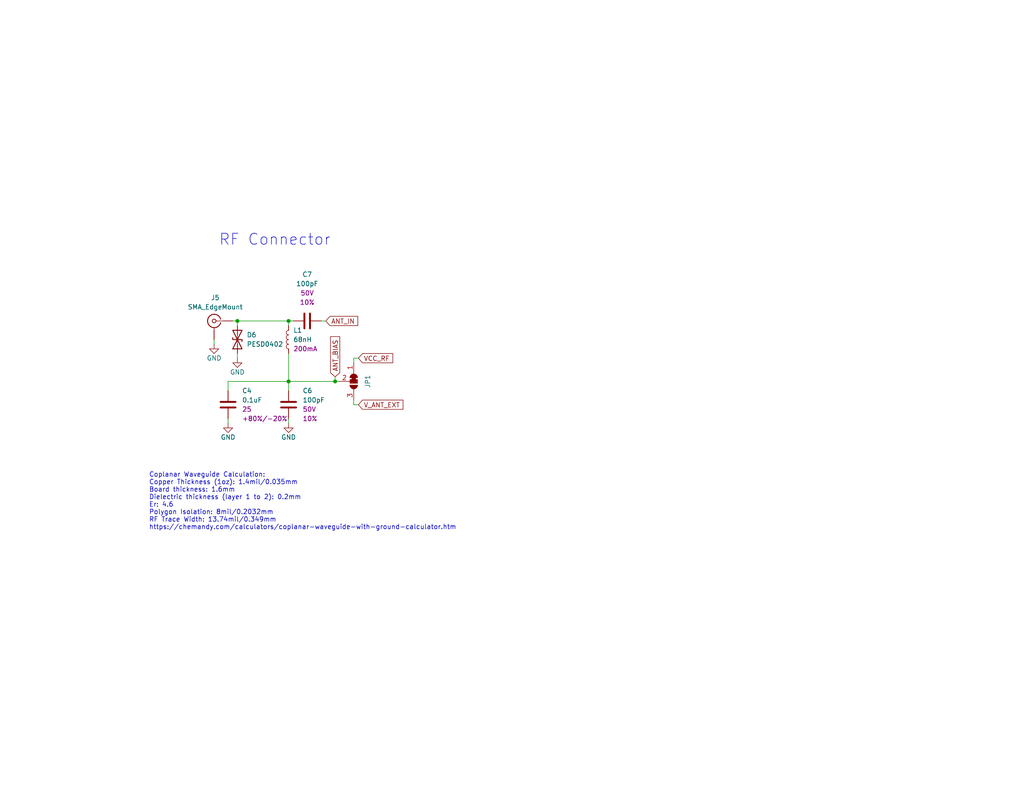
<source format=kicad_sch>
(kicad_sch (version 20230121) (generator eeschema)
  (paper "USLetter")
  (lib_symbols
    (symbol "SparkFun-Capacitor:0.1uF_0603_25V_20%" (pin_numbers hide) (pin_names (offset 0.254))
      (property "Reference" "C" (at 0.635 2.54 0))
      (property "Value" "0.1uF" (at 0.635 -2.54 0))
      (property "Voltage" "25" (at 0 -6.35 0))
      (property "Tolerance" "+80%/-20%" (at 0 -8.89 0))
      (symbol "0.1uF_0603_25V_20%_0_1"
        (polyline (pts (xy -2.032 -0.762) (xy 2.032 -0.762)) (stroke (width 0.508)))
        (polyline (pts (xy -2.032 0.762) (xy 2.032 0.762)) (stroke (width 0.508)))
      )
      (symbol "0.1uF_0603_25V_20%_1_1"
        (pin passive line (at 0 3.81 270) (length 2.794) (name "~") (number "1"))
        (pin passive line (at 0 -3.81 90) (length 2.794) (name "~") (number "2"))
      )
    )
    (symbol "SparkFun-Capacitor:100pF_0603_50V_10%" (pin_numbers hide) (pin_names (offset 0.254))
      (property "Reference" "C" (at 0.635 2.54 0))
      (property "Value" "100pF" (at 0.635 -2.54 0))
      (property "Voltage" "50V" (at 0 -8.89 0))
      (property "Tolerance" "10%" (at 0 -6.35 0))
      (symbol "100pF_0603_50V_10%_0_1"
        (polyline (pts (xy -2.032 -0.762) (xy 2.032 -0.762)) (stroke (width 0.508)))
        (polyline (pts (xy -2.032 0.762) (xy 2.032 0.762)) (stroke (width 0.508)))
      )
      (symbol "100pF_0603_50V_10%_1_1"
        (pin passive line (at 0 3.81 270) (length 2.794) (name "~") (number "1"))
        (pin passive line (at 0 -3.81 90) (length 2.794) (name "~") (number "2"))
      )
    )
    (symbol "SparkFun-Coil:68nH_0402_0.2A" (pin_numbers hide) (pin_names (offset 1.016) hide)
      (property "Reference" "L" (at 0 2.54 0))
      (property "Value" "68nH" (at 0 -1.27 0))
      (property "Current" "200mA" (at 0 -3.81 0))
      (symbol "68nH_0402_0.2A_0_1"
        (arc (start -1.27 0) (mid -1.905 0.6323) (end -2.54 0))
        (arc (start 0 0) (mid -0.635 0.6323) (end -1.27 0))
        (arc (start 1.27 0) (mid 0.635 0.6323) (end 0 0))
        (arc (start 2.54 0) (mid 1.905 0.6323) (end 1.27 0))
      )
      (symbol "68nH_0402_0.2A_1_1"
        (pin passive line (at -3.81 0 0) (length 1.27) (name "1") (number "1"))
        (pin passive line (at 3.81 0 180) (length 1.27) (name "2") (number "2"))
      )
    )
    (symbol "SparkFun-DiscreteSemi:D_TVS_0402" (pin_numbers hide) (pin_names (offset 1.016) hide)
      (property "Reference" "D" (at 0 2.54 0))
      (property "Value" "D_TVS_0402" (at 0 -2.54 0))
      (symbol "D_TVS_0402_0_1"
        (polyline (pts (xy 1.27 0) (xy -1.27 0)))
        (polyline (pts (xy 0.508 1.27) (xy 0 1.27) (xy 0 -1.27) (xy -0.508 -1.27)) (stroke (width 0.254)))
        (polyline (pts (xy -2.54 1.27) (xy -2.54 -1.27) (xy 2.54 1.27) (xy 2.54 -1.27) (xy -2.54 1.27)) (stroke (width 0.254)))
      )
      (symbol "D_TVS_0402_1_1"
        (pin passive line (at -3.81 0 0) (length 2.54) (name "A1") (number "1"))
        (pin passive line (at 3.81 0 180) (length 2.54) (name "A2") (number "2"))
      )
    )
    (symbol "SparkFun-Jumper:SolderJumper_3_Bridged12" (pin_names (offset 0) hide)
      (property "Reference" "JP" (at -2.54 -2.54 0))
      (symbol "SolderJumper_3_Bridged12_0_1"
        (rectangle (start -1.016 0.508) (end -0.508 -0.508) (fill (type outline)))
        (arc (start -1.016 1.016) (mid -2.0276 0) (end -1.016 -1.016))
        (arc (start -1.016 1.016) (mid -2.0276 0) (end -1.016 -1.016) (fill (type outline)))
        (rectangle (start -0.508 1.016) (end 0.508 -1.016) (fill (type outline)))
        (polyline (pts (xy -2.54 0) (xy -2.032 0)))
        (polyline (pts (xy -1.016 1.016) (xy -1.016 -1.016)))
        (polyline (pts (xy 0 -1.27) (xy 0 -1.016)))
        (polyline (pts (xy 1.016 1.016) (xy 1.016 -1.016)))
        (polyline (pts (xy 2.54 0) (xy 2.032 0)))
        (arc (start 1.016 -1.016) (mid 2.0276 0) (end 1.016 1.016))
        (arc (start 1.016 -1.016) (mid 2.0276 0) (end 1.016 1.016) (fill (type outline)))
      )
      (symbol "SolderJumper_3_Bridged12_1_1"
        (pin passive line (at -5.08 0 0) (length 2.54) (name "A") (number "1"))
        (pin passive line (at 0 -3.81 90) (length 2.54) (name "C") (number "2"))
        (pin passive line (at 5.08 0 180) (length 2.54) (name "B") (number "3"))
      )
    )
    (symbol "SparkFun-RF:SMA_EdgeMount" (pin_numbers hide) (pin_names (offset 1.016) hide)
      (property "Reference" "J" (at 0.254 3.048 0))
      (property "Value" "SMA_EdgeMount" (at 3.81 0 90))
      (symbol "SMA_EdgeMount_0_1"
        (arc (start -1.778 -0.508) (mid 0.2311 -1.8066) (end 1.778 0) (stroke (width 0.254)))
        (polyline (pts (xy -2.54 0) (xy -0.508 0)))
        (polyline (pts (xy 0 -2.54) (xy 0 -1.778)))
        (circle (center 0 0) (radius 0.508) (stroke (width 0.2032)))
        (arc (start 1.778 0) (mid 0.2099 1.8101) (end -1.778 0.508) (stroke (width 0.254)))
      )
      (symbol "SMA_EdgeMount_1_1"
        (pin passive line (at 0 -5.08 90) (length 2.54) (name "1") (number "1"))
        (pin passive line (at 0 -5.08 90) (length 2.54) hide (name "2") (number "2"))
        (pin passive line (at 0 -5.08 90) (length 2.54) hide (name "3") (number "3"))
        (pin passive line (at 0 -5.08 90) (length 2.54) hide (name "4") (number "4"))
        (pin passive line (at -5.08 0 0) (length 2.54) (name "In") (number "SIG"))
      )
    )
    (symbol "power:GND" (power) (pin_names (offset 0))
      (property "Value" "GND" (at 0 -3.81 0))
      (symbol "GND_0_1"
        (polyline (pts (xy 0 0) (xy 0 -1.27) (xy 1.27 -1.27) (xy 0 -2.54) (xy -1.27 -1.27) (xy 0 -1.27)))
      )
      (symbol "GND_1_1"
        (pin power_in line (at 0 0 270) (length 0) hide (name "GND") (number "1"))
      )
    )
  )
  (junction (at 78.74 104.14))
  (junction (at 91.44 104.14))
  (junction (at 64.77 87.63))
  (junction (at 78.74 87.63))
  (wire (pts (xy 62.23 104.14) (xy 78.74 104.14)))
  (wire (pts (xy 78.74 87.63) (xy 78.74 88.9)))
  (wire (pts (xy 64.77 87.63) (xy 64.77 88.9)))
  (wire (pts (xy 64.77 87.63) (xy 78.74 87.63)))
  (wire (pts (xy 96.52 109.22) (xy 96.52 110.49)))
  (wire (pts (xy 78.74 104.14) (xy 78.74 96.52)))
  (wire (pts (xy 92.71 104.14) (xy 91.44 104.14)))
  (wire (pts (xy 78.74 87.63) (xy 80.01 87.63)))
  (wire (pts (xy 78.74 104.14) (xy 78.74 106.68)))
  (wire (pts (xy 97.79 97.79) (xy 96.52 97.79)))
  (wire (pts (xy 87.63 87.63) (xy 88.9 87.63)))
  (wire (pts (xy 91.44 104.14) (xy 91.44 102.87)))
  (wire (pts (xy 62.23 106.68) (xy 62.23 104.14)))
  (wire (pts (xy 64.77 97.79) (xy 64.77 96.52)))
  (wire (pts (xy 96.52 99.06) (xy 96.52 97.79)))
  (wire (pts (xy 97.79 110.49) (xy 96.52 110.49)))
  (wire (pts (xy 78.74 104.14) (xy 91.44 104.14)))
  (wire (pts (xy 78.74 114.3) (xy 78.74 115.57)))
  (wire (pts (xy 58.42 92.71) (xy 58.42 93.98)))
  (wire (pts (xy 63.5 87.63) (xy 64.77 87.63)))
  (wire (pts (xy 62.23 115.57) (xy 62.23 114.3)))
  (text "Coplanar Waveguide Calculation:\nCopper Thickness (1oz): 1.4mil/0.035mm\nBoard thickness: 1.6mm\nDielectric thickness (layer 1 to 2): 0.2mm\nEr: 4.6\nPolygon Isolation: 8mil/0.2032mm\nRF Trace Width: 13.74mil/0.349mm\nhttps://chemandy.com/calculators/coplanar-waveguide-with-ground-calculator.htm" (at 40.64 144.78 0) (effects (font (size 1.27 1.27)) (justify left bottom)))
  (text "RF Connector" (at 59.69 67.31 0) (effects (font (size 3 3)) (justify left bottom)))
  (global_label "VCC_RF" (shape input) (at 97.79 97.79 0) (property "Intersheetrefs" "${INTERSHEET_REFS}" (effects hide)))
  (global_label "ANT_IN" (shape input) (at 88.9 87.63 0) (property "Intersheetrefs" "${INTERSHEET_REFS}" (effects hide)))
  (global_label "ANT_BIAS" (shape input) (at 91.44 102.87 90) (property "Intersheetrefs" "${INTERSHEET_REFS}" (effects hide)))
  (global_label "V_ANT_EXT" (shape input) (at 97.79 110.49 0) (property "Intersheetrefs" "${INTERSHEET_REFS}" (effects hide)))
  (symbol (lib_id "SparkFun-Coil:68nH_0402_0.2A") (at 78.74 92.71 90) (unit 1)
    (property "Reference" "L1" (at 80.01 90.17 90) (effects (justify right)))
    (property "Value" "68nH" (at 80.01 92.71 90) (effects (justify right)))
    (property "Footprint" "SparkFun-Capacitor:C_0402_1005Metric" (effects hide))
    (property "PROD_ID" "NDUC-15356" (effects hide))
    (property "Current" "200mA" (at 80.01 95.25 90) (effects (justify right)))
  )
  (symbol (lib_id "power:GND") (at 58.42 93.98 0) (unit 1)
    (property "Reference" "#PWR031" (effects hide))
    (property "Value" "GND" (at 58.42 97.79 0))
    (instances (project "SparkFun_UM980_panelized" (path "" (reference "#PWR031") (unit 1)) (path "" (reference "#PWR030") (unit 1))))
  )
  (symbol (lib_id "SparkFun-Capacitor:0.1uF_0603_25V_20%") (at 62.23 110.49 0) (unit 1)
    (property "Reference" "C4" (at 66.04 106.68 0) (effects (justify left)))
    (property "Value" "0.1uF" (at 66.04 109.22 0) (effects (justify left)))
    (property "Footprint" "SparkFun-Capacitor:C_0603_1608Metric" (effects hide))
    (property "Datasheet" "https://cdn.sparkfun.com/assets/8/a/4/a/5/Kemet_Capacitor_Datasheet.pdf" (effects hide))
    (property "PROD_ID" "CAP-00810" (effects hide))
    (property "Voltage" "25" (at 66.04 111.76 0) (effects (justify left)))
    (property "Tolerance" "+80%/-20%" (at 66.04 114.3 0) (effects (justify left)))
  )
  (symbol (lib_id "power:GND") (at 62.23 115.57 0) (unit 1)
    (property "Reference" "#PWR032" (effects hide))
    (property "Value" "GND" (at 62.23 119.38 0))
    (instances (project "SparkFun_UM980_panelized" (path "" (reference "#PWR032") (unit 1)) (path "" (reference "#PWR031") (unit 1))))
  )
  (symbol (lib_id "power:GND") (at 78.74 115.57 0) (unit 1)
    (property "Reference" "#PWR033" (effects hide))
    (property "Value" "GND" (at 78.74 119.38 0))
  )
  (symbol (lib_id "SparkFun-DiscreteSemi:D_TVS_0402") (at 64.77 92.71 90) (unit 1)
    (property "Reference" "D6" (at 67.31 91.44 90) (effects (justify right)))
    (property "Value" "PESD0402" (at 67.31 93.98 90) (effects (justify right)))
    (property "Footprint" "SparkFun-Capacitor:C_0402_1005Metric" (effects hide))
    (property "PROD_ID" "DIO-15359" (effects hide))
  )
  (symbol (lib_id "power:GND") (at 64.77 97.79 0) (unit 1)
    (property "Reference" "#PWR030" (effects hide))
    (property "Value" "GND" (at 64.77 101.6 0))
    (instances (project "SparkFun_UM980_panelized" (path "" (reference "#PWR030") (unit 1)) (path "" (reference "#PWR032") (unit 1))))
  )
  (symbol (lib_id "SparkFun-Jumper:SolderJumper_3_Bridged12") (at 96.52 104.14 270) (unit 1)
    (property "Reference" "JP1" (at 100.33 104.14 0))
    (property "Footprint" "SparkFun-Jumper:SMT-JUMPER_3_1-NC_TRACE_SILK" (effects hide))
  )
  (symbol (lib_id "SparkFun-Capacitor:100pF_0603_50V_10%") (at 83.82 87.63 90) (unit 1)
    (property "Reference" "C7" (at 83.82 74.93 90))
    (property "Value" "100pF" (at 83.82 77.47 90))
    (property "Footprint" "SparkFun-Capacitor:C_0603_1608Metric" (effects hide))
    (property "Datasheet" "[link text](https://cdn.sparkfun.com/assets/8/a/4/a/5/Kemet_Capacitor_Datasheet.pdf)" (effects hide))
    (property "PROD_ID" "CAP-07883" (effects hide))
    (property "Voltage" "50V" (at 83.82 80.01 90))
    (property "Tolerance" "10%" (at 83.82 82.55 90))
  )
  (symbol (lib_id "SparkFun-RF:SMA_EdgeMount") (at 58.42 87.63 0) (mirror y) (unit 1)
    (property "Reference" "J5" (at 58.7374 81.28 0))
    (property "Value" "SMA_EdgeMount" (at 58.7374 83.82 0))
    (property "Footprint" "SparkFun-Connector:SMA-EDGE" (effects hide))
    (property "Datasheet" " ~" (effects hide))
    (property "PROD_ID" "CONN-08289" (effects hide))
  )
  (symbol (lib_id "SparkFun-Capacitor:100pF_0603_50V_10%") (at 78.74 110.49 0) (unit 1)
    (property "Reference" "C6" (at 82.55 106.68 0) (effects (justify left)))
    (property "Value" "100pF" (at 82.55 109.22 0) (effects (justify left)))
    (property "Footprint" "SparkFun-Capacitor:C_0603_1608Metric" (effects hide))
    (property "Datasheet" "[link text](https://cdn.sparkfun.com/assets/8/a/4/a/5/Kemet_Capacitor_Datasheet.pdf)" (effects hide))
    (property "PROD_ID" "CAP-07883" (effects hide))
    (property "Voltage" "50V" (at 82.55 111.76 0) (effects (justify left)))
    (property "Tolerance" "10%" (at 82.55 114.3 0) (effects (justify left)))
  )
)
</source>
